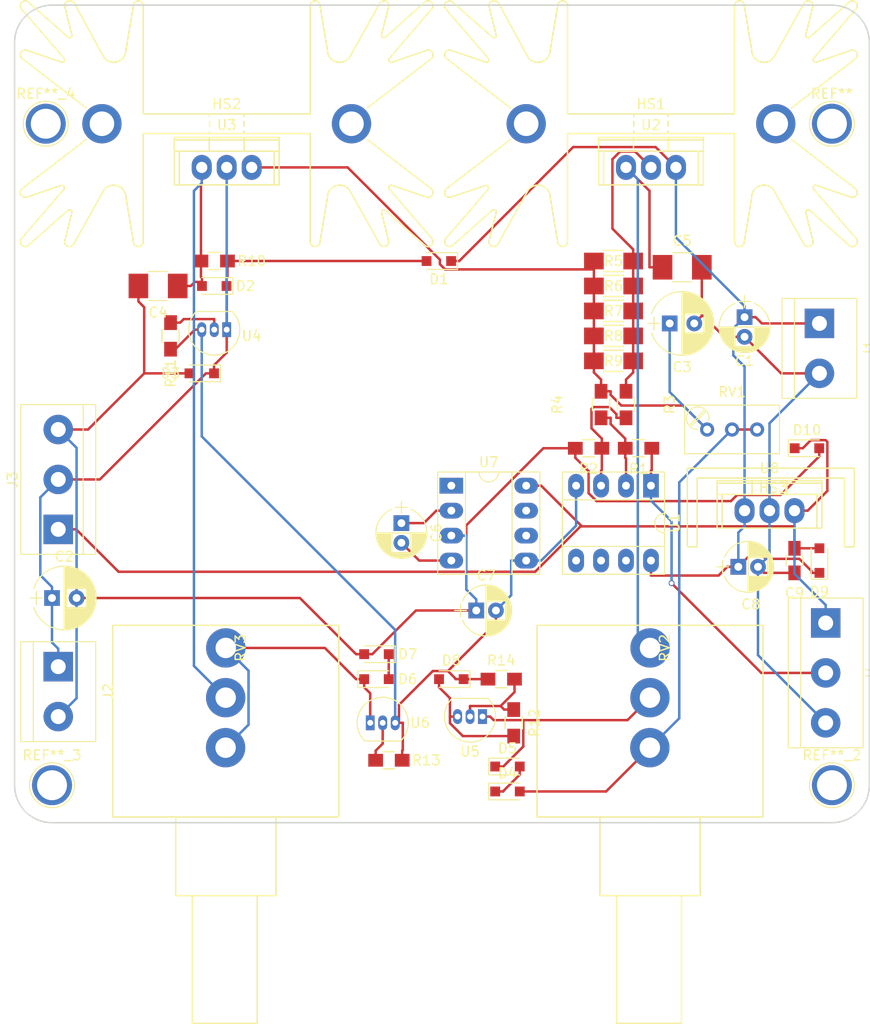
<source format=kicad_pcb>
(kicad_pcb (version 20171130) (host pcbnew "(5.1.12)-1")
  (layers (0 F.Cu signal) (31 B.Cu signal) (34 B.Paste user hide) (35 F.Paste user) (36 B.SilkS user hide) (37 F.SilkS user hide) (38 B.Mask user) (39 F.Mask user) (44 Edge.Cuts user))
  (net 0 "")
  (net 1 +16V)
  (net 2 GND)
  (net 3 VoltageMeter)
  (net 4 "Net-(C3-Pad1)")
  (net 5 "Net-(C4-Pad1)")
  (net 6 "Net-(C5-Pad1)")
  (net 7 "Net-(C6-Pad1)")
  (net 8 "Net-(C6-Pad2)")
  (net 9 -12V)
  (net 10 +12V)
  (net 11 "Net-(D4-Pad1)")
  (net 12 "Net-(D4-Pad2)")
  (net 13 "Net-(D5-Pad1)")
  (net 14 "Net-(D6-Pad1)")
  (net 15 "Net-(D6-Pad2)")
  (net 16 "Net-(D8-Pad2)")
  (net 17 CurrentMeter)
  (net 18 "Net-(R1-Pad2)")
  (net 19 "Net-(R2-Pad1)")
  (net 20 "Net-(R3-Pad2)")
  (net 21 "Net-(R11-Pad1)")
  (net 22 "Net-(R12-Pad1)")
  (net 23 "Net-(R13-Pad1)")
  (net 24 "Net-(U7-Pad1)")
  (net 25 "Net-(U7-Pad6)")
  (net 26 "Net-(U7-Pad7)")
  (module Connectors:1pin (layer F.Cu) (at 131.445 71.12)
    (fp_text reference REF**_4 (at 0 -3.048) (layer F.SilkS))
    (fp_text value 1pin)
    (pad 1 thru_hole circle (at 0 0) (size 4.064 4.064) (drill 3.048) (layers *.Cu *.Mask))
  )
  (module Connectors:1pin (layer F.Cu) (at 132.08 138.43)
    (fp_text reference REF**_3 (at 0 -3.048) (layer F.SilkS))
    (fp_text value 1pin)
    (pad 1 thru_hole circle (at 0 0) (size 4.064 4.064) (drill 3.048) (layers *.Cu *.Mask))
  )
  (module Capacitors_THT:CP_Radial_D5.0mm_P2.00mm (layer F.Cu) (at 202.565 90.805 270)
    (fp_text reference C1 (at 4.445 0) (layer F.SilkS))
    (fp_text value 10u)
    (pad 1 thru_hole rect (at 0 0 270) (size 1.6 1.6) (drill 0.8) (layers *.Cu *.Mask) (net 1 +16V))
    (pad 2 thru_hole circle (at 2 0 270) (size 1.6 1.6) (drill 0.8) (layers *.Cu *.Mask) (net 2 GND))
  )
  (module Capacitors_THT:CP_Radial_D6.3mm_P2.50mm (layer F.Cu) (at 132.08 119.38)
    (fp_text reference C2 (at 1.25 -4.21) (layer F.SilkS))
    (fp_text value "47uF electro")
    (pad 1 thru_hole rect (at 0 0) (size 1.6 1.6) (drill 0.8) (layers *.Cu *.Mask) (net 3 VoltageMeter))
    (pad 2 thru_hole circle (at 2.5 0) (size 1.6 1.6) (drill 0.8) (layers *.Cu *.Mask) (net 2 GND))
  )
  (module Capacitors_THT:CP_Radial_D6.3mm_P2.50mm (layer F.Cu) (at 194.945 91.44)
    (fp_text reference C3 (at 1.27 4.445) (layer F.SilkS))
    (fp_text value 47u)
    (pad 1 thru_hole rect (at 0 0) (size 1.6 1.6) (drill 0.8) (layers *.Cu *.Mask) (net 4 "Net-(C3-Pad1)"))
    (pad 2 thru_hole circle (at 2.5 0) (size 1.6 1.6) (drill 0.8) (layers *.Cu *.Mask) (net 2 GND))
  )
  (module Capacitors_SMD:C_1210_HandSoldering (layer F.Cu) (at 142.875 87.63 180)
    (fp_text reference C4 (at 0 -2.7 180) (layer F.SilkS))
    (fp_text value 4.7u)
    (pad 1 smd rect (at -2 0 180) (size 2 2.5) (layers F.Cu F.Paste F.Mask) (net 5 "Net-(C4-Pad1)"))
    (pad 2 smd rect (at 2 0 180) (size 2 2.5) (layers F.Cu F.Paste F.Mask) (net 2 GND))
  )
  (module Capacitors_SMD:C_1210_HandSoldering (layer F.Cu) (at 196.215 85.725)
    (fp_text reference C5 (at 0 -2.7) (layer F.SilkS))
    (fp_text value "4.7u (optional)")
    (pad 1 smd rect (at -2 0) (size 2 2.5) (layers F.Cu F.Paste F.Mask) (net 6 "Net-(C5-Pad1)"))
    (pad 2 smd rect (at 2 0) (size 2 2.5) (layers F.Cu F.Paste F.Mask) (net 2 GND))
  )
  (module Capacitors_THT:CP_Radial_D5.0mm_P2.00mm (layer F.Cu) (at 167.64 111.76 270)
    (fp_text reference C6 (at 1 -3.56 270) (layer F.SilkS))
    (fp_text value 10u)
    (pad 1 thru_hole rect (at 0 0 270) (size 1.6 1.6) (drill 0.8) (layers *.Cu *.Mask) (net 7 "Net-(C6-Pad1)"))
    (pad 2 thru_hole circle (at 2 0 270) (size 1.6 1.6) (drill 0.8) (layers *.Cu *.Mask) (net 8 "Net-(C6-Pad2)"))
  )
  (module Capacitors_THT:CP_Radial_D5.0mm_P2.00mm (layer F.Cu) (at 175.26 120.65)
    (fp_text reference C7 (at 1 -3.56) (layer F.SilkS))
    (fp_text value 10u)
    (pad 1 thru_hole rect (at 0 0) (size 1.6 1.6) (drill 0.8) (layers *.Cu *.Mask) (net 2 GND))
    (pad 2 thru_hole circle (at 2 0) (size 1.6 1.6) (drill 0.8) (layers *.Cu *.Mask) (net 9 -12V))
  )
  (module Capacitors_THT:CP_Radial_D5.0mm_P2.00mm (layer F.Cu) (at 201.93 116.205)
    (fp_text reference C8 (at 1.27 3.81) (layer F.SilkS))
    (fp_text value 10u)
    (pad 1 thru_hole rect (at 0 0) (size 1.6 1.6) (drill 0.8) (layers *.Cu *.Mask) (net 1 +16V))
    (pad 2 thru_hole circle (at 2 0) (size 1.6 1.6) (drill 0.8) (layers *.Cu *.Mask) (net 2 GND))
  )
  (module Capacitors_SMD:C_0805_HandSoldering (layer F.Cu) (at 207.645 115.57 270)
    (fp_text reference C9 (at 3.302 0) (layer F.SilkS))
    (fp_text value 0.1u)
    (pad 1 smd rect (at -1.25 0 270) (size 1.5 1.25) (layers F.Cu F.Paste F.Mask) (net 10 +12V))
    (pad 2 smd rect (at 1.25 0 270) (size 1.5 1.25) (layers F.Cu F.Paste F.Mask) (net 2 GND))
  )
  (module Diodes_SMD:D_SOD-323_HandSoldering (layer F.Cu) (at 171.45 85.09 180)
    (fp_text reference D1 (at 0 -1.85 180) (layer F.SilkS))
    (fp_text value 1N5819)
    (pad 1 smd rect (at -1.25 0 180) (size 1 1) (layers F.Cu F.Paste F.Mask) (net 1 +16V))
    (pad 2 smd rect (at 1.25 0 180) (size 1 1) (layers F.Cu F.Paste F.Mask) (net 3 VoltageMeter))
  )
  (module Diodes_SMD:D_SOD-323_HandSoldering (layer F.Cu) (at 148.59 87.63 180)
    (fp_text reference D2 (at -3.175 0 180) (layer F.SilkS))
    (fp_text value 1N5819)
    (pad 1 smd rect (at -1.25 0 180) (size 1 1) (layers F.Cu F.Paste F.Mask) (net 3 VoltageMeter))
    (pad 2 smd rect (at 1.25 0 180) (size 1 1) (layers F.Cu F.Paste F.Mask) (net 5 "Net-(C4-Pad1)"))
  )
  (module Diodes_SMD:D_SOD-323_HandSoldering (layer F.Cu) (at 147.32 96.52 180)
    (fp_text reference D3 (at 3.175 0 180) (layer F.SilkS))
    (fp_text value 1N5819)
    (pad 1 smd rect (at -1.25 0 180) (size 1 1) (layers F.Cu F.Paste F.Mask) (net 3 VoltageMeter))
    (pad 2 smd rect (at 1.25 0 180) (size 1 1) (layers F.Cu F.Paste F.Mask) (net 2 GND))
  )
  (module Diodes_SMD:D_SOD-323_HandSoldering (layer F.Cu) (at 178.435 139.065)
    (fp_text reference D4 (at 0 -1.85) (layer F.SilkS))
    (fp_text value 1N4448)
    (pad 1 smd rect (at -1.25 0) (size 1 1) (layers F.Cu F.Paste F.Mask) (net 11 "Net-(D4-Pad1)"))
    (pad 2 smd rect (at 1.25 0) (size 1 1) (layers F.Cu F.Paste F.Mask) (net 12 "Net-(D4-Pad2)"))
  )
  (module Diodes_SMD:D_SOD-323_HandSoldering (layer F.Cu) (at 178.435 136.525)
    (fp_text reference D5 (at 0 -1.85) (layer F.SilkS))
    (fp_text value 1N4448)
    (pad 1 smd rect (at -1.25 0) (size 1 1) (layers F.Cu F.Paste F.Mask) (net 13 "Net-(D5-Pad1)"))
    (pad 2 smd rect (at 1.25 0) (size 1 1) (layers F.Cu F.Paste F.Mask) (net 11 "Net-(D4-Pad1)"))
  )
  (module Diodes_SMD:D_SOD-323_HandSoldering (layer F.Cu) (at 165.1 127.635)
    (fp_text reference D6 (at 3.175 0) (layer F.SilkS))
    (fp_text value 1N4448)
    (pad 1 smd rect (at -1.25 0) (size 1 1) (layers F.Cu F.Paste F.Mask) (net 14 "Net-(D6-Pad1)"))
    (pad 2 smd rect (at 1.25 0) (size 1 1) (layers F.Cu F.Paste F.Mask) (net 15 "Net-(D6-Pad2)"))
  )
  (module Diodes_SMD:D_SOD-323_HandSoldering (layer F.Cu) (at 165.1 125.095 180)
    (fp_text reference D7 (at -3.175 0 180) (layer F.SilkS))
    (fp_text value 1N4448)
    (pad 1 smd rect (at -1.25 0 180) (size 1 1) (layers F.Cu F.Paste F.Mask) (net 15 "Net-(D6-Pad2)"))
    (pad 2 smd rect (at 1.25 0 180) (size 1 1) (layers F.Cu F.Paste F.Mask) (net 2 GND))
  )
  (module Diodes_SMD:D_SOD-323_HandSoldering (layer F.Cu) (at 172.72 127.635 180)
    (fp_text reference D8 (at 0 1.905 180) (layer F.SilkS))
    (fp_text value 1N4448)
    (pad 1 smd rect (at -1.25 0 180) (size 1 1) (layers F.Cu F.Paste F.Mask) (net 9 -12V))
    (pad 2 smd rect (at 1.25 0 180) (size 1 1) (layers F.Cu F.Paste F.Mask) (net 16 "Net-(D8-Pad2)"))
  )
  (module Diodes_SMD:D_SOD-323_HandSoldering (layer F.Cu) (at 210.185 115.57 90)
    (fp_text reference D9 (at -3.175 0 180) (layer F.SilkS))
    (fp_text value 1N5819)
    (pad 1 smd rect (at -1.25 0 90) (size 1 1) (layers F.Cu F.Paste F.Mask) (net 1 +16V))
    (pad 2 smd rect (at 1.25 0 90) (size 1 1) (layers F.Cu F.Paste F.Mask) (net 10 +12V))
  )
  (module Diodes_SMD:D_SOD-323_HandSoldering (layer F.Cu) (at 208.915 104.14)
    (fp_text reference D10 (at 0 -1.85) (layer F.SilkS))
    (fp_text value 1N5819)
    (pad 1 smd rect (at -1.25 0) (size 1 1) (layers F.Cu F.Paste F.Mask) (net 10 +12V))
    (pad 2 smd rect (at 1.25 0) (size 1 1) (layers F.Cu F.Paste F.Mask) (net 2 GND))
  )
  (module Heatsinks:Heatsink_Fischer_SK129-STS_42x25mm_2xDrill2.5mm (layer F.Cu) (at 193.04 71.12)
    (fp_text reference HS1 (at 0 -2) (layer F.SilkS))
    (fp_text value Heatsink)
    (pad 1 thru_hole circle (at -12.7 0) (size 4 4) (drill 2.5) (layers *.Cu *.Mask))
    (pad 1 thru_hole circle (at 12.7 0) (size 4 4) (drill 2.5) (layers *.Cu *.Mask))
  )
  (module Heatsinks:Heatsink_Fischer_SK129-STS_42x25mm_2xDrill2.5mm (layer F.Cu) (at 149.86 71.12)
    (fp_text reference HS2 (at 0 -2) (layer F.SilkS))
    (fp_text value Heatsink)
    (pad 1 thru_hole circle (at -12.7 0) (size 4 4) (drill 2.5) (layers *.Cu *.Mask))
    (pad 1 thru_hole circle (at 12.7 0) (size 4 4) (drill 2.5) (layers *.Cu *.Mask))
  )
  (module MyFootprints:TO220-Small-16mmx8mm (layer F.Cu) (at 205.486 106.172)
    (fp_text reference HS3 (at 0 2) (layer F.SilkS))
    (fp_text value Heatsink)
  )
  (module Connectors:bornier2 (layer F.Cu) (at 210.185 91.44 270)
    (fp_text reference J1 (at 2.54 -5.08 270) (layer F.SilkS))
    (fp_text value "Input Voltage")
    (pad 1 thru_hole rect (at 0 0 270) (size 3 3) (drill 1.52) (layers *.Cu *.Mask) (net 1 +16V))
    (pad 2 thru_hole circle (at 5.08 0 270) (size 3 3) (drill 1.52) (layers *.Cu *.Mask) (net 2 GND))
  )
  (module Connectors:bornier2 (layer F.Cu) (at 132.715 126.365 270)
    (fp_text reference J2 (at 2.54 -5.08 270) (layer F.SilkS))
    (fp_text value "Output Voltage")
    (pad 1 thru_hole rect (at 0 0 270) (size 3 3) (drill 1.52) (layers *.Cu *.Mask) (net 3 VoltageMeter))
    (pad 2 thru_hole circle (at 5.08 0 270) (size 3 3) (drill 1.52) (layers *.Cu *.Mask) (net 2 GND))
  )
  (module Connectors:bornier3 (layer F.Cu) (at 132.715 112.395 90)
    (fp_text reference J3 (at 5.05 -4.65 90) (layer F.SilkS))
    (fp_text value "Voltage Meter")
    (pad 1 thru_hole rect (at 0 0 90) (size 3 3) (drill 1.52) (layers *.Cu *.Mask) (net 10 +12V))
    (pad 2 thru_hole circle (at 5.08 0 90) (size 3 3) (drill 1.52) (layers *.Cu *.Mask) (net 3 VoltageMeter))
    (pad 3 thru_hole circle (at 10.16 0 90) (size 3 3) (drill 1.52) (layers *.Cu *.Mask) (net 2 GND))
  )
  (module Connectors:bornier3 (layer F.Cu) (at 210.82 121.92 270)
    (fp_text reference J4 (at 5.05 -4.65 270) (layer F.SilkS))
    (fp_text value "Current Meter")
    (pad 1 thru_hole rect (at 0 0 270) (size 3 3) (drill 1.52) (layers *.Cu *.Mask) (net 10 +12V))
    (pad 2 thru_hole circle (at 5.08 0 270) (size 3 3) (drill 1.52) (layers *.Cu *.Mask) (net 17 CurrentMeter))
    (pad 3 thru_hole circle (at 10.16 0 270) (size 3 3) (drill 1.52) (layers *.Cu *.Mask) (net 2 GND))
  )
  (module Resistors_SMD:R_0805_HandSoldering (layer F.Cu) (at 191.77 104.14 180)
    (fp_text reference R1 (at 0 -2.1 180) (layer F.SilkS))
    (fp_text value 50k)
    (pad 1 smd rect (at -1.35 0 180) (size 1.5 1.3) (layers F.Cu F.Paste F.Mask) (net 17 CurrentMeter))
    (pad 2 smd rect (at 1.35 0 180) (size 1.5 1.3) (layers F.Cu F.Paste F.Mask) (net 18 "Net-(R1-Pad2)"))
  )
  (module Resistors_SMD:R_0805_HandSoldering (layer F.Cu) (at 186.69 104.14 180)
    (fp_text reference R2 (at 0 -2.1 180) (layer F.SilkS))
    (fp_text value 50k)
    (pad 1 smd rect (at -1.35 0 180) (size 1.5 1.3) (layers F.Cu F.Paste F.Mask) (net 19 "Net-(R2-Pad1)"))
    (pad 2 smd rect (at 1.35 0 180) (size 1.5 1.3) (layers F.Cu F.Paste F.Mask) (net 2 GND))
  )
  (module Resistors_SMD:R_0805_HandSoldering (layer F.Cu) (at 190.5 99.695 90)
    (fp_text reference R3 (at 0 4.445 90) (layer F.SilkS))
    (fp_text value 10k)
    (pad 1 smd rect (at -1.35 0 90) (size 1.5 1.3) (layers F.Cu F.Paste F.Mask) (net 19 "Net-(R2-Pad1)"))
    (pad 2 smd rect (at 1.35 0 90) (size 1.5 1.3) (layers F.Cu F.Paste F.Mask) (net 20 "Net-(R3-Pad2)"))
  )
  (module Resistors_SMD:R_0805_HandSoldering (layer F.Cu) (at 187.96 99.695 90)
    (fp_text reference R4 (at 0 -4.445 90) (layer F.SilkS))
    (fp_text value 10k)
    (pad 1 smd rect (at -1.35 0 90) (size 1.5 1.3) (layers F.Cu F.Paste F.Mask) (net 18 "Net-(R1-Pad2)"))
    (pad 2 smd rect (at 1.35 0 90) (size 1.5 1.3) (layers F.Cu F.Paste F.Mask) (net 4 "Net-(C3-Pad1)"))
  )
  (module Resistors_SMD:R_0805_HandSoldering (layer F.Cu) (at 148.59 85.09 180)
    (fp_text reference R10 (at -3.81 0 180) (layer F.SilkS))
    (fp_text value 1k)
    (pad 1 smd rect (at -1.35 0 180) (size 1.5 1.3) (layers F.Cu F.Paste F.Mask) (net 3 VoltageMeter))
    (pad 2 smd rect (at 1.35 0 180) (size 1.5 1.3) (layers F.Cu F.Paste F.Mask) (net 5 "Net-(C4-Pad1)"))
  )
  (module Resistors_SMD:R_0805_HandSoldering (layer F.Cu) (at 144.145 92.71 270)
    (fp_text reference R11 (at 3.81 0 270) (layer F.SilkS))
    (fp_text value 15)
    (pad 1 smd rect (at -1.35 0 270) (size 1.5 1.3) (layers F.Cu F.Paste F.Mask) (net 21 "Net-(R11-Pad1)"))
    (pad 2 smd rect (at 1.35 0 270) (size 1.5 1.3) (layers F.Cu F.Paste F.Mask) (net 9 -12V))
  )
  (module Resistors_SMD:R_0805_HandSoldering (layer F.Cu) (at 179.07 132.08 270)
    (fp_text reference R12 (at 0 -2.1 270) (layer F.SilkS))
    (fp_text value 33)
    (pad 1 smd rect (at -1.35 0 270) (size 1.5 1.3) (layers F.Cu F.Paste F.Mask) (net 22 "Net-(R12-Pad1)"))
    (pad 2 smd rect (at 1.35 0 270) (size 1.5 1.3) (layers F.Cu F.Paste F.Mask) (net 16 "Net-(D8-Pad2)"))
  )
  (module Resistors_SMD:R_0805_HandSoldering (layer F.Cu) (at 166.37 135.89)
    (fp_text reference R13 (at 3.81 0) (layer F.SilkS))
    (fp_text value 15)
    (pad 1 smd rect (at -1.35 0) (size 1.5 1.3) (layers F.Cu F.Paste F.Mask) (net 23 "Net-(R13-Pad1)"))
    (pad 2 smd rect (at 1.35 0) (size 1.5 1.3) (layers F.Cu F.Paste F.Mask) (net 9 -12V))
  )
  (module Resistors_SMD:R_0805_HandSoldering (layer F.Cu) (at 177.8 127.635 180)
    (fp_text reference R14 (at 0 1.905 180) (layer F.SilkS))
    (fp_text value 330)
    (pad 1 smd rect (at -1.35 0 180) (size 1.5 1.3) (layers F.Cu F.Paste F.Mask) (net 22 "Net-(R12-Pad1)"))
    (pad 2 smd rect (at 1.35 0 180) (size 1.5 1.3) (layers F.Cu F.Paste F.Mask) (net 9 -12V))
  )
  (module Potentiometers:Potentiometer_Trimmer_Bourns_3296W (layer F.Cu) (at 198.755 102.235 180)
    (fp_text reference RV1 (at -2.54 3.81 180) (layer F.SilkS))
    (fp_text value "100 (multiturn)")
    (pad 1 thru_hole circle (at 0 0 180) (size 1.44 1.44) (drill 0.8) (layers *.Cu *.Mask) (net 4 "Net-(C3-Pad1)"))
    (pad 2 thru_hole circle (at -2.54 0 180) (size 1.44 1.44) (drill 0.8) (layers *.Cu *.Mask) (net 12 "Net-(D4-Pad2)"))
    (pad 3 thru_hole circle (at -5.08 0 180) (size 1.44 1.44) (drill 0.8) (layers *.Cu *.Mask) (net 12 "Net-(D4-Pad2)"))
  )
  (module MyFootprints:Potentiometer-3596S-10k-Pot (layer F.Cu) (at 194.945 124.46 270)
    (fp_text reference RV2 (at 0 0.5 270) (layer F.SilkS))
    (fp_text value 10k)
    (pad 3 thru_hole circle (at 10.15 2.02 270) (size 4 4) (drill 2.08) (layers *.Cu *.Mask) (net 12 "Net-(D4-Pad2)"))
    (pad 1 thru_hole circle (at 5.06 2.01 270) (size 4 4) (drill 2.08) (layers *.Cu *.Mask) (net 13 "Net-(D5-Pad1)"))
    (pad 2 thru_hole circle (at 0 2 270) (size 4 4) (drill 2.08) (layers *.Cu *.Mask) (net 6 "Net-(C5-Pad1)"))
  )
  (module MyFootprints:Potentiometer-3596S-10k-Pot (layer F.Cu) (at 151.765 124.46 270)
    (fp_text reference RV3 (at 0 0.5 270) (layer F.SilkS))
    (fp_text value 10k)
    (pad 3 thru_hole circle (at 10.15 2.02 270) (size 4 4) (drill 2.08) (layers *.Cu *.Mask) (net 14 "Net-(D6-Pad1)"))
    (pad 1 thru_hole circle (at 5.06 2.01 270) (size 4 4) (drill 2.08) (layers *.Cu *.Mask) (net 5 "Net-(C4-Pad1)"))
    (pad 2 thru_hole circle (at 0 2 270) (size 4 4) (drill 2.08) (layers *.Cu *.Mask) (net 14 "Net-(D6-Pad1)"))
  )
  (module Housings_DIP:DIP-8_W7.62mm_Socket_LongPads (layer F.Cu) (at 193.04 107.95 270)
    (fp_text reference U1 (at 3.81 -2.39 270) (layer F.SilkS))
    (fp_text value LT1013)
    (pad 1 thru_hole rect (at 0 0 270) (size 2.4 1.6) (drill 0.8) (layers *.Cu *.Mask) (net 17 CurrentMeter))
    (pad 5 thru_hole oval (at 7.62 7.62 270) (size 2.4 1.6) (drill 0.8) (layers *.Cu *.Mask))
    (pad 2 thru_hole oval (at 0 2.54 270) (size 2.4 1.6) (drill 0.8) (layers *.Cu *.Mask) (net 18 "Net-(R1-Pad2)"))
    (pad 6 thru_hole oval (at 7.62 5.08 270) (size 2.4 1.6) (drill 0.8) (layers *.Cu *.Mask))
    (pad 3 thru_hole oval (at 0 5.08 270) (size 2.4 1.6) (drill 0.8) (layers *.Cu *.Mask) (net 19 "Net-(R2-Pad1)"))
    (pad 7 thru_hole oval (at 7.62 2.54 270) (size 2.4 1.6) (drill 0.8) (layers *.Cu *.Mask))
    (pad 4 thru_hole oval (at 0 7.62 270) (size 2.4 1.6) (drill 0.8) (layers *.Cu *.Mask) (net 9 -12V))
    (pad 8 thru_hole oval (at 7.62 0 270) (size 2.4 1.6) (drill 0.8) (layers *.Cu *.Mask) (net 1 +16V))
  )
  (module Power_Integrations:TO-220 (layer F.Cu) (at 193.04 75.565)
    (fp_text reference U2 (at 0 -4.318) (layer F.SilkS))
    (fp_text value LT1086)
    (pad 2 thru_hole oval (at 0 0) (size 2.032 2.54) (drill 1.143) (layers *.Cu *.Mask) (net 20 "Net-(R3-Pad2)"))
    (pad 3 thru_hole oval (at 2.54 0) (size 2.032 2.54) (drill 1.143) (layers *.Cu *.Mask) (net 1 +16V))
    (pad 1 thru_hole oval (at -2.54 0) (size 2.032 2.54) (drill 1.143) (layers *.Cu *.Mask) (net 6 "Net-(C5-Pad1)"))
  )
  (module Power_Integrations:TO-220 (layer F.Cu) (at 149.86 75.565)
    (fp_text reference U3 (at 0 -4.318) (layer F.SilkS))
    (fp_text value LM1117-ADJ)
    (pad 2 thru_hole oval (at 0 0) (size 2.032 2.54) (drill 1.143) (layers *.Cu *.Mask) (net 3 VoltageMeter))
    (pad 3 thru_hole oval (at 2.54 0) (size 2.032 2.54) (drill 1.143) (layers *.Cu *.Mask) (net 4 "Net-(C3-Pad1)"))
    (pad 1 thru_hole oval (at -2.54 0) (size 2.032 2.54) (drill 1.143) (layers *.Cu *.Mask) (net 5 "Net-(C4-Pad1)"))
  )
  (module TO_SOT_Packages_THT:TO-92_Inline_Narrow_Oval (layer F.Cu) (at 149.86 92.075 180)
    (fp_text reference U4 (at -2.54 -0.635 180) (layer F.SilkS))
    (fp_text value LM334Z)
    (pad 2 thru_hole oval (at 1.27 0) (size 0.89916 1.50114) (drill 0.6) (layers *.Cu *.Mask) (net 21 "Net-(R11-Pad1)"))
    (pad 3 thru_hole oval (at 2.54 0) (size 0.89916 1.50114) (drill 0.6) (layers *.Cu *.Mask) (net 9 -12V))
    (pad 1 thru_hole rect (at 0 0) (size 0.89916 1.50114) (drill 0.6) (layers *.Cu *.Mask) (net 3 VoltageMeter))
  )
  (module TO_SOT_Packages_THT:TO-92_Inline_Narrow_Oval (layer F.Cu) (at 175.895 131.445 180)
    (fp_text reference U5 (at 1.27 -3.556 180) (layer F.SilkS))
    (fp_text value LM334Z)
    (pad 2 thru_hole oval (at 1.27 0) (size 0.89916 1.50114) (drill 0.6) (layers *.Cu *.Mask) (net 22 "Net-(R12-Pad1)"))
    (pad 3 thru_hole oval (at 2.54 0) (size 0.89916 1.50114) (drill 0.6) (layers *.Cu *.Mask) (net 16 "Net-(D8-Pad2)"))
    (pad 1 thru_hole rect (at 0 0) (size 0.89916 1.50114) (drill 0.6) (layers *.Cu *.Mask) (net 13 "Net-(D5-Pad1)"))
  )
  (module TO_SOT_Packages_THT:TO-92_Inline_Narrow_Oval (layer F.Cu) (at 164.465 132.08)
    (fp_text reference U6 (at 5.08 0) (layer F.SilkS))
    (fp_text value LM334Z)
    (pad 2 thru_hole oval (at 1.27 0 180) (size 0.89916 1.50114) (drill 0.6) (layers *.Cu *.Mask) (net 23 "Net-(R13-Pad1)"))
    (pad 3 thru_hole oval (at 2.54 0 180) (size 0.89916 1.50114) (drill 0.6) (layers *.Cu *.Mask) (net 9 -12V))
    (pad 1 thru_hole rect (at 0 0 180) (size 0.89916 1.50114) (drill 0.6) (layers *.Cu *.Mask) (net 14 "Net-(D6-Pad1)"))
  )
  (module Housings_DIP:DIP-8_W7.62mm_Socket_LongPads (layer F.Cu) (at 172.72 107.95)
    (fp_text reference U7 (at 3.81 -2.39) (layer F.SilkS))
    (fp_text value ICL7660)
    (pad 1 thru_hole rect (at 0 0) (size 2.4 1.6) (drill 0.8) (layers *.Cu *.Mask) (net 24 "Net-(U7-Pad1)"))
    (pad 5 thru_hole oval (at 7.62 7.62) (size 2.4 1.6) (drill 0.8) (layers *.Cu *.Mask) (net 9 -12V))
    (pad 2 thru_hole oval (at 0 2.54) (size 2.4 1.6) (drill 0.8) (layers *.Cu *.Mask) (net 7 "Net-(C6-Pad1)"))
    (pad 6 thru_hole oval (at 7.62 5.08) (size 2.4 1.6) (drill 0.8) (layers *.Cu *.Mask) (net 25 "Net-(U7-Pad6)"))
    (pad 3 thru_hole oval (at 0 5.08) (size 2.4 1.6) (drill 0.8) (layers *.Cu *.Mask) (net 2 GND))
    (pad 7 thru_hole oval (at 7.62 2.54) (size 2.4 1.6) (drill 0.8) (layers *.Cu *.Mask) (net 26 "Net-(U7-Pad7)"))
    (pad 4 thru_hole oval (at 0 7.62) (size 2.4 1.6) (drill 0.8) (layers *.Cu *.Mask) (net 8 "Net-(C6-Pad2)"))
    (pad 8 thru_hole oval (at 7.62 0) (size 2.4 1.6) (drill 0.8) (layers *.Cu *.Mask) (net 10 +12V))
  )
  (module Power_Integrations:TO-220 (layer F.Cu) (at 205.105 110.49)
    (fp_text reference U8 (at 0 -4.318) (layer F.SilkS))
    (fp_text value LM7812CT)
    (pad 2 thru_hole oval (at 0 0) (size 2.032 2.54) (drill 1.143) (layers *.Cu *.Mask) (net 2 GND))
    (pad 3 thru_hole oval (at 2.54 0) (size 2.032 2.54) (drill 1.143) (layers *.Cu *.Mask) (net 10 +12V))
    (pad 1 thru_hole oval (at -2.54 0) (size 2.032 2.54) (drill 1.143) (layers *.Cu *.Mask) (net 1 +16V))
  )
  (module Resistors_SMD:R_1206_HandSoldering (layer F.Cu) (at 189.23 85.09)
    (fp_text reference R5 (at 0 0) (layer F.SilkS))
    (fp_text value 10)
    (pad 1 smd rect (at -2 0) (size 2 1.7) (layers F.Cu F.Paste F.Mask) (net 4 "Net-(C3-Pad1)"))
    (pad 2 smd rect (at 2 0) (size 2 1.7) (layers F.Cu F.Paste F.Mask) (net 20 "Net-(R3-Pad2)"))
  )
  (module Resistors_SMD:R_1206_HandSoldering (layer F.Cu) (at 189.23 87.63)
    (fp_text reference R6 (at 0 0) (layer F.SilkS))
    (fp_text value 10)
    (pad 1 smd rect (at -2 0) (size 2 1.7) (layers F.Cu F.Paste F.Mask) (net 4 "Net-(C3-Pad1)"))
    (pad 2 smd rect (at 2 0) (size 2 1.7) (layers F.Cu F.Paste F.Mask) (net 20 "Net-(R3-Pad2)"))
  )
  (module Resistors_SMD:R_1206_HandSoldering (layer F.Cu) (at 189.23 90.17)
    (fp_text reference R7 (at 0 0) (layer F.SilkS))
    (fp_text value 10)
    (pad 1 smd rect (at -2 0) (size 2 1.7) (layers F.Cu F.Paste F.Mask) (net 4 "Net-(C3-Pad1)"))
    (pad 2 smd rect (at 2 0) (size 2 1.7) (layers F.Cu F.Paste F.Mask) (net 20 "Net-(R3-Pad2)"))
  )
  (module Resistors_SMD:R_1206_HandSoldering (layer F.Cu) (at 189.23 92.71)
    (fp_text reference R8 (at 0 0) (layer F.SilkS))
    (fp_text value 10)
    (pad 1 smd rect (at -2 0) (size 2 1.7) (layers F.Cu F.Paste F.Mask) (net 4 "Net-(C3-Pad1)"))
    (pad 2 smd rect (at 2 0) (size 2 1.7) (layers F.Cu F.Paste F.Mask) (net 20 "Net-(R3-Pad2)"))
  )
  (module Resistors_SMD:R_1206_HandSoldering (layer F.Cu) (at 189.23 95.25)
    (fp_text reference R9 (at 0 0) (layer F.SilkS))
    (fp_text value 10)
    (pad 1 smd rect (at -2 0) (size 2 1.7) (layers F.Cu F.Paste F.Mask) (net 4 "Net-(C3-Pad1)"))
    (pad 2 smd rect (at 2 0) (size 2 1.7) (layers F.Cu F.Paste F.Mask) (net 20 "Net-(R3-Pad2)"))
  )
  (module Connectors:1pin (layer F.Cu) (at 211.455 138.43)
    (fp_text reference REF**_2 (at 0 -3.048) (layer F.SilkS))
    (fp_text value 1pin)
    (pad 1 thru_hole circle (at 0 0) (size 4.064 4.064) (drill 3.048) (layers *.Cu *.Mask))
  )
  (module Connectors:1pin (layer F.Cu) (at 211.455 71.12)
    (fp_text reference REF** (at 0 -3.048) (layer F.SilkS))
    (fp_text value 1pin)
    (pad 1 thru_hole circle (at 0 0) (size 4.064 4.064) (drill 3.048) (layers *.Cu *.Mask))
  )
  (gr_line (start 132.08 59.055) (end 211.455 59.055) (angle 90) (layer Edge.Cuts) (width 0.15))
  (gr_line (start 128.27 66.675) (end 128.27 62.865) (angle 90) (layer Edge.Cuts) (width 0.15))
  (gr_line (start 128.27 138.43) (end 128.27 66.675) (angle 90) (layer Edge.Cuts) (width 0.15))
  (gr_line (start 215.265 65.405) (end 215.265 62.865) (angle 90) (layer Edge.Cuts) (width 0.15))
  (gr_line (start 215.265 138.43) (end 215.265 65.405) (angle 90) (layer Edge.Cuts) (width 0.15))
  (gr_line (start 132.08 142.24) (end 211.455 142.24) (angle 90) (layer Edge.Cuts) (width 0.15))
  (gr_arc (start 132.08 62.865) (end 128.27 62.865) (angle 90) (layer Edge.Cuts) (width 0.15))
  (gr_arc (start 211.455 62.865) (end 211.455 59.055) (angle 90) (layer Edge.Cuts) (width 0.15))
  (gr_arc (start 132.08 138.43) (end 132.08 142.24) (angle 90) (layer Edge.Cuts) (width 0.15))
  (gr_arc (start 211.455 138.43) (end 215.265 138.43) (angle 90) (layer Edge.Cuts) (width 0.15))
  (segment (start 195.58 75.565) (end 193.5109 73.4959) (width 0.25) (layer F.Cu) (net 1))
  (segment (start 193.5109 73.4959) (end 185.1192 73.4959) (width 0.25) (layer F.Cu) (net 1))
  (segment (start 185.1192 73.4959) (end 173.5251 85.09) (width 0.25) (layer F.Cu) (net 1))
  (segment (start 202.565 110.49) (end 202.565 95.8296) (width 0.25) (layer B.Cu) (net 1))
  (segment (start 202.565 95.8296) (end 201.4214 94.686) (width 0.25) (layer B.Cu) (net 1))
  (segment (start 201.4214 94.686) (end 201.4214 91.9486) (width 0.25) (layer B.Cu) (net 1))
  (segment (start 201.4214 91.9486) (end 202.565 90.805) (width 0.25) (layer B.Cu) (net 1))
  (segment (start 202.565 111.2875) (end 202.565 110.49) (width 0.25) (layer B.Cu) (net 1))
  (segment (start 202.565 111.2875) (end 202.565 112.0851) (width 0.25) (layer B.Cu) (net 1))
  (segment (start 172.7 85.09) (end 173.5251 85.09) (width 0.25) (layer F.Cu) (net 1))
  (segment (start 210.185 116.82) (end 209.3599 116.82) (width 0.25) (layer F.Cu) (net 1))
  (segment (start 209.3599 116.82) (end 209.3599 116.6137) (width 0.25) (layer F.Cu) (net 1))
  (segment (start 209.3599 116.6137) (end 208.1414 115.3952) (width 0.25) (layer F.Cu) (net 1))
  (segment (start 208.1414 115.3952) (end 204.7371 115.3952) (width 0.25) (layer F.Cu) (net 1))
  (segment (start 204.7371 115.3952) (end 204.4196 115.0777) (width 0.25) (layer F.Cu) (net 1))
  (segment (start 204.4196 115.0777) (end 203.0573 115.0777) (width 0.25) (layer F.Cu) (net 1))
  (segment (start 203.0573 115.0777) (end 201.93 116.205) (width 0.25) (layer F.Cu) (net 1))
  (segment (start 202.565 90.805) (end 203.6901 90.805) (width 0.25) (layer F.Cu) (net 1))
  (segment (start 210.185 91.44) (end 204.3251 91.44) (width 0.25) (layer F.Cu) (net 1))
  (segment (start 204.3251 91.44) (end 203.6901 90.805) (width 0.25) (layer F.Cu) (net 1))
  (segment (start 201.93 116.205) (end 200.8049 116.205) (width 0.25) (layer F.Cu) (net 1))
  (segment (start 193.04 115.57) (end 193.04 117.0951) (width 0.25) (layer F.Cu) (net 1))
  (segment (start 193.04 117.0951) (end 199.9148 117.0951) (width 0.25) (layer F.Cu) (net 1))
  (segment (start 199.9148 117.0951) (end 200.8049 116.205) (width 0.25) (layer F.Cu) (net 1))
  (segment (start 202.565 90.805) (end 202.565 89.6799) (width 0.25) (layer B.Cu) (net 1))
  (segment (start 195.58 75.565) (end 195.58 82.6949) (width 0.25) (layer B.Cu) (net 1))
  (segment (start 195.58 82.6949) (end 202.565 89.6799) (width 0.25) (layer B.Cu) (net 1))
  (segment (start 202.565 112.0851) (end 201.93 112.7201) (width 0.25) (layer B.Cu) (net 1))
  (segment (start 201.93 112.7201) (end 201.93 116.205) (width 0.25) (layer B.Cu) (net 1))
  (segment (start 185.34 104.14) (end 185.34 105.1151) (width 0.25) (layer F.Cu) (net 2))
  (segment (start 205.105 108.8949) (end 201.8041 108.8949) (width 0.25) (layer F.Cu) (net 2))
  (segment (start 201.8041 108.8949) (end 201.1778 109.5212) (width 0.25) (layer F.Cu) (net 2))
  (segment (start 201.1778 109.5212) (end 187.5025 109.5212) (width 0.25) (layer F.Cu) (net 2))
  (segment (start 187.5025 109.5212) (end 186.69 108.7087) (width 0.25) (layer F.Cu) (net 2))
  (segment (start 186.69 108.7087) (end 186.69 106.4651) (width 0.25) (layer F.Cu) (net 2))
  (segment (start 186.69 106.4651) (end 185.34 105.1151) (width 0.25) (layer F.Cu) (net 2))
  (segment (start 205.105 109.0074) (end 205.105 108.8949) (width 0.25) (layer F.Cu) (net 2))
  (segment (start 205.105 110.49) (end 205.105 109.0074) (width 0.25) (layer F.Cu) (net 2))
  (segment (start 172.72 113.03) (end 174.2451 113.03) (width 0.25) (layer F.Cu) (net 2))
  (segment (start 174.2451 113.03) (end 174.2451 111.9815) (width 0.25) (layer F.Cu) (net 2))
  (segment (start 174.2451 111.9815) (end 182.0866 104.14) (width 0.25) (layer F.Cu) (net 2))
  (segment (start 182.0866 104.14) (end 185.34 104.14) (width 0.25) (layer F.Cu) (net 2))
  (segment (start 205.105 110.49) (end 205.105 101.6) (width 0.25) (layer B.Cu) (net 2))
  (segment (start 205.105 101.6) (end 210.185 96.52) (width 0.25) (layer B.Cu) (net 2))
  (segment (start 203.93 116.205) (end 205.105 115.03) (width 0.25) (layer B.Cu) (net 2))
  (segment (start 205.105 115.03) (end 205.105 110.49) (width 0.25) (layer B.Cu) (net 2))
  (segment (start 163.85 125.095) (end 163.0249 125.095) (width 0.25) (layer F.Cu) (net 2))
  (segment (start 134.58 119.38) (end 157.3099 119.38) (width 0.25) (layer F.Cu) (net 2))
  (segment (start 157.3099 119.38) (end 163.0249 125.095) (width 0.25) (layer F.Cu) (net 2))
  (segment (start 198.2875 90.5975) (end 200.495 92.805) (width 0.25) (layer F.Cu) (net 2))
  (segment (start 200.495 92.805) (end 202.565 92.805) (width 0.25) (layer F.Cu) (net 2))
  (segment (start 198.215 87.3001) (end 198.215 90.525) (width 0.25) (layer F.Cu) (net 2))
  (segment (start 198.215 90.525) (end 198.2875 90.5975) (width 0.25) (layer F.Cu) (net 2))
  (segment (start 197.445 91.44) (end 198.2875 90.5975) (width 0.25) (layer F.Cu) (net 2))
  (segment (start 132.715 102.235) (end 134.58 104.1) (width 0.25) (layer B.Cu) (net 2))
  (segment (start 134.58 104.1) (end 134.58 119.38) (width 0.25) (layer B.Cu) (net 2))
  (segment (start 198.215 85.725) (end 198.215 87.3001) (width 0.25) (layer F.Cu) (net 2))
  (segment (start 207.645 116.82) (end 204.545 116.82) (width 0.25) (layer F.Cu) (net 2))
  (segment (start 204.545 116.82) (end 203.93 116.205) (width 0.25) (layer F.Cu) (net 2))
  (segment (start 141.4625 96.52) (end 141.4625 89.7926) (width 0.25) (layer F.Cu) (net 2))
  (segment (start 141.4625 89.7926) (end 140.875 89.2051) (width 0.25) (layer F.Cu) (net 2))
  (segment (start 132.715 102.235) (end 135.7475 102.235) (width 0.25) (layer F.Cu) (net 2))
  (segment (start 135.7475 102.235) (end 141.4625 96.52) (width 0.25) (layer F.Cu) (net 2))
  (segment (start 141.4625 96.52) (end 145.2449 96.52) (width 0.25) (layer F.Cu) (net 2))
  (segment (start 140.875 87.63) (end 140.875 89.2051) (width 0.25) (layer F.Cu) (net 2))
  (segment (start 163.85 125.095) (end 164.6751 125.095) (width 0.25) (layer F.Cu) (net 2))
  (segment (start 164.6751 125.095) (end 169.1201 120.65) (width 0.25) (layer F.Cu) (net 2))
  (segment (start 169.1201 120.65) (end 175.26 120.65) (width 0.25) (layer F.Cu) (net 2))
  (segment (start 210.165 104.14) (end 210.165 104.9651) (width 0.25) (layer F.Cu) (net 2))
  (segment (start 210.165 104.9651) (end 206.2352 108.8949) (width 0.25) (layer F.Cu) (net 2))
  (segment (start 206.2352 108.8949) (end 205.105 108.8949) (width 0.25) (layer F.Cu) (net 2))
  (segment (start 210.185 96.52) (end 206.28 96.52) (width 0.25) (layer F.Cu) (net 2))
  (segment (start 206.28 96.52) (end 202.565 92.805) (width 0.25) (layer F.Cu) (net 2))
  (segment (start 132.715 131.445) (end 134.58 129.58) (width 0.25) (layer B.Cu) (net 2))
  (segment (start 134.58 129.58) (end 134.58 119.38) (width 0.25) (layer B.Cu) (net 2))
  (segment (start 146.07 96.52) (end 145.2449 96.52) (width 0.25) (layer F.Cu) (net 2))
  (segment (start 210.82 132.08) (end 203.93 125.19) (width 0.25) (layer B.Cu) (net 2))
  (segment (start 203.93 125.19) (end 203.93 116.205) (width 0.25) (layer B.Cu) (net 2))
  (segment (start 175.26 120.65) (end 175.26 119.5249) (width 0.25) (layer B.Cu) (net 2))
  (segment (start 172.72 113.03) (end 174.2451 113.03) (width 0.25) (layer B.Cu) (net 2))
  (segment (start 174.2451 113.03) (end 174.2451 118.51) (width 0.25) (layer B.Cu) (net 2))
  (segment (start 174.2451 118.51) (end 175.26 119.5249) (width 0.25) (layer B.Cu) (net 2))
  (segment (start 148.57 96.52) (end 147.7449 96.52) (width 0.25) (layer F.Cu) (net 3))
  (segment (start 147.7449 96.52) (end 136.9499 107.315) (width 0.25) (layer F.Cu) (net 3))
  (segment (start 136.9499 107.315) (end 132.715 107.315) (width 0.25) (layer F.Cu) (net 3))
  (segment (start 148.57 96.1074) (end 148.57 96.52) (width 0.25) (layer F.Cu) (net 3))
  (segment (start 148.57 96.1074) (end 148.57 95.6949) (width 0.25) (layer F.Cu) (net 3))
  (segment (start 149.94 85.09) (end 169.3749 85.09) (width 0.25) (layer F.Cu) (net 3))
  (segment (start 170.2 85.09) (end 169.3749 85.09) (width 0.25) (layer F.Cu) (net 3))
  (segment (start 149.94 85.09) (end 149.94 86.7049) (width 0.25) (layer F.Cu) (net 3))
  (segment (start 149.94 86.7049) (end 149.84 86.8049) (width 0.25) (layer F.Cu) (net 3))
  (segment (start 148.57 95.6949) (end 149.86 94.4049) (width 0.25) (layer F.Cu) (net 3))
  (segment (start 149.86 94.4049) (end 149.86 92.075) (width 0.25) (layer F.Cu) (net 3))
  (segment (start 132.715 126.365) (end 132.715 124.5399) (width 0.25) (layer B.Cu) (net 3))
  (segment (start 132.715 124.5399) (end 132.08 123.9049) (width 0.25) (layer B.Cu) (net 3))
  (segment (start 132.08 123.9049) (end 132.08 119.38) (width 0.25) (layer B.Cu) (net 3))
  (segment (start 132.08 119.38) (end 132.08 118.2549) (width 0.25) (layer B.Cu) (net 3))
  (segment (start 132.715 107.315) (end 130.8898 109.1402) (width 0.25) (layer B.Cu) (net 3))
  (segment (start 130.8898 109.1402) (end 130.8898 117.0647) (width 0.25) (layer B.Cu) (net 3))
  (segment (start 130.8898 117.0647) (end 132.08 118.2549) (width 0.25) (layer B.Cu) (net 3))
  (segment (start 149.84 87.63) (end 149.84 86.8049) (width 0.25) (layer F.Cu) (net 3))
  (segment (start 149.86 75.565) (end 149.86 92.075) (width 0.25) (layer B.Cu) (net 3))
  (segment (start 149.84 87.63) (end 149.84 88.4551) (width 0.25) (layer F.Cu) (net 3))
  (segment (start 149.86 92.075) (end 149.86 88.4751) (width 0.25) (layer F.Cu) (net 3))
  (segment (start 149.86 88.4751) (end 149.84 88.4551) (width 0.25) (layer F.Cu) (net 3))
  (segment (start 187.23 85.9415) (end 187.23 85.09) (width 0.25) (layer F.Cu) (net 4))
  (segment (start 187.23 87.63) (end 187.23 85.9415) (width 0.25) (layer F.Cu) (net 4))
  (segment (start 187.23 85.9415) (end 172.0872 85.9415) (width 0.25) (layer F.Cu) (net 4))
  (segment (start 172.0872 85.9415) (end 171.5563 85.4106) (width 0.25) (layer F.Cu) (net 4))
  (segment (start 171.5563 85.4106) (end 171.5563 84.9529) (width 0.25) (layer F.Cu) (net 4))
  (segment (start 171.5563 84.9529) (end 162.1684 75.565) (width 0.25) (layer F.Cu) (net 4))
  (segment (start 162.1684 75.565) (end 152.4 75.565) (width 0.25) (layer F.Cu) (net 4))
  (segment (start 187.96 98.345) (end 188.9351 98.345) (width 0.25) (layer F.Cu) (net 4))
  (segment (start 188.9351 98.345) (end 188.9351 98.7107) (width 0.25) (layer F.Cu) (net 4))
  (segment (start 188.9351 98.7107) (end 190.0194 99.795) (width 0.25) (layer F.Cu) (net 4))
  (segment (start 190.0194 99.795) (end 196.315 99.795) (width 0.25) (layer F.Cu) (net 4))
  (segment (start 196.315 99.795) (end 198.755 102.235) (width 0.25) (layer F.Cu) (net 4))
  (segment (start 187.23 96.4251) (end 187.96 97.1551) (width 0.25) (layer F.Cu) (net 4))
  (segment (start 187.96 97.1551) (end 187.96 98.345) (width 0.25) (layer F.Cu) (net 4))
  (segment (start 198.755 102.235) (end 194.945 98.425) (width 0.25) (layer B.Cu) (net 4))
  (segment (start 194.945 98.425) (end 194.945 91.44) (width 0.25) (layer B.Cu) (net 4))
  (segment (start 187.23 95.25) (end 187.23 96.4251) (width 0.25) (layer F.Cu) (net 4))
  (segment (start 187.23 95.25) (end 187.23 92.71) (width 0.25) (layer F.Cu) (net 4))
  (segment (start 187.23 90.17) (end 187.23 87.63) (width 0.25) (layer F.Cu) (net 4))
  (segment (start 187.23 92.71) (end 187.23 90.17) (width 0.25) (layer F.Cu) (net 4))
  (segment (start 144.875 87.63) (end 146.2001 87.63) (width 0.25) (layer F.Cu) (net 5))
  (segment (start 147.34 87.2174) (end 146.6127 87.2174) (width 0.25) (layer F.Cu) (net 5))
  (segment (start 146.6127 87.2174) (end 146.2001 87.63) (width 0.25) (layer F.Cu) (net 5))
  (segment (start 147.34 87.2174) (end 147.34 86.8049) (width 0.25) (layer F.Cu) (net 5))
  (segment (start 147.34 87.63) (end 147.34 87.2174) (width 0.25) (layer F.Cu) (net 5))
  (segment (start 147.24 85.09) (end 147.24 86.7049) (width 0.25) (layer F.Cu) (net 5))
  (segment (start 147.24 86.7049) (end 147.34 86.8049) (width 0.25) (layer F.Cu) (net 5))
  (segment (start 147.32 77.1601) (end 147.24 77.2401) (width 0.25) (layer F.Cu) (net 5))
  (segment (start 147.24 77.2401) (end 147.24 85.09) (width 0.25) (layer F.Cu) (net 5))
  (segment (start 147.32 75.565) (end 147.32 77.1601) (width 0.25) (layer B.Cu) (net 5))
  (segment (start 149.755 129.52) (end 146.5243 126.2893) (width 0.25) (layer B.Cu) (net 5))
  (segment (start 146.5243 126.2893) (end 146.5243 77.9558) (width 0.25) (layer B.Cu) (net 5))
  (segment (start 146.5243 77.9558) (end 147.32 77.1601) (width 0.25) (layer B.Cu) (net 5))
  (segment (start 147.32 75.565) (end 147.32 77.1601) (width 0.25) (layer F.Cu) (net 5))
  (segment (start 194.215 85.725) (end 192.8899 85.725) (width 0.25) (layer F.Cu) (net 6))
  (segment (start 192.8899 85.725) (end 192.8899 77.9549) (width 0.25) (layer F.Cu) (net 6))
  (segment (start 192.8899 77.9549) (end 190.5 75.565) (width 0.25) (layer F.Cu) (net 6))
  (segment (start 192.945 124.46) (end 191.6988 123.2138) (width 0.25) (layer B.Cu) (net 6))
  (segment (start 191.6988 123.2138) (end 191.6988 76.7638) (width 0.25) (layer B.Cu) (net 6))
  (segment (start 191.6988 76.7638) (end 190.5 75.565) (width 0.25) (layer B.Cu) (net 6))
  (segment (start 172.72 110.49) (end 171.1949 110.49) (width 0.25) (layer F.Cu) (net 7))
  (segment (start 171.1949 110.49) (end 169.9249 111.76) (width 0.25) (layer F.Cu) (net 7))
  (segment (start 169.9249 111.76) (end 167.64 111.76) (width 0.25) (layer F.Cu) (net 7))
  (segment (start 172.72 115.57) (end 169.45 115.57) (width 0.25) (layer F.Cu) (net 8))
  (segment (start 169.45 115.57) (end 167.64 113.76) (width 0.25) (layer F.Cu) (net 8))
  (segment (start 167.005 132.08) (end 167.005 122.6249) (width 0.25) (layer B.Cu) (net 9))
  (segment (start 167.005 122.6249) (end 147.32 102.9399) (width 0.25) (layer B.Cu) (net 9))
  (segment (start 147.32 102.9399) (end 147.32 92.075) (width 0.25) (layer B.Cu) (net 9))
  (segment (start 172.3752 126.8099) (end 173.1449 127.5796) (width 0.25) (layer F.Cu) (net 9))
  (segment (start 173.1449 127.5796) (end 173.1449 127.635) (width 0.25) (layer F.Cu) (net 9))
  (segment (start 167.3924 132.08) (end 167.3924 130.2522) (width 0.25) (layer F.Cu) (net 9))
  (segment (start 167.3924 130.2522) (end 170.8347 126.8099) (width 0.25) (layer F.Cu) (net 9))
  (segment (start 170.8347 126.8099) (end 172.3752 126.8099) (width 0.25) (layer F.Cu) (net 9))
  (segment (start 172.3752 126.8099) (end 177.26 121.9251) (width 0.25) (layer F.Cu) (net 9))
  (segment (start 177.26 121.9251) (end 177.26 120.65) (width 0.25) (layer F.Cu) (net 9))
  (segment (start 144.6326 94.06) (end 146.5453 92.1473) (width 0.25) (layer F.Cu) (net 9))
  (segment (start 146.5453 92.1473) (end 146.5453 92.075) (width 0.25) (layer F.Cu) (net 9))
  (segment (start 144.145 94.06) (end 144.6326 94.06) (width 0.25) (layer F.Cu) (net 9))
  (segment (start 173.97 127.635) (end 173.1449 127.635) (width 0.25) (layer F.Cu) (net 9))
  (segment (start 167.3924 132.08) (end 167.7797 132.08) (width 0.25) (layer F.Cu) (net 9))
  (segment (start 167.005 132.08) (end 167.3924 132.08) (width 0.25) (layer F.Cu) (net 9))
  (segment (start 176.45 127.635) (end 173.97 127.635) (width 0.25) (layer F.Cu) (net 9))
  (segment (start 180.34 115.57) (end 181.8651 115.57) (width 0.25) (layer B.Cu) (net 9))
  (segment (start 185.42 107.95) (end 185.42 112.0151) (width 0.25) (layer B.Cu) (net 9))
  (segment (start 185.42 112.0151) (end 181.8651 115.57) (width 0.25) (layer B.Cu) (net 9))
  (segment (start 180.34 115.57) (end 178.8149 115.57) (width 0.25) (layer B.Cu) (net 9))
  (segment (start 178.8149 115.57) (end 178.8149 119.0951) (width 0.25) (layer B.Cu) (net 9))
  (segment (start 178.8149 119.0951) (end 177.26 120.65) (width 0.25) (layer B.Cu) (net 9))
  (segment (start 147.32 92.075) (end 146.5453 92.075) (width 0.25) (layer F.Cu) (net 9))
  (segment (start 167.72 135.89) (end 167.72 134.9149) (width 0.25) (layer F.Cu) (net 9))
  (segment (start 167.7797 132.08) (end 167.7797 134.8552) (width 0.25) (layer F.Cu) (net 9))
  (segment (start 167.7797 134.8552) (end 167.72 134.9149) (width 0.25) (layer F.Cu) (net 9))
  (segment (start 185.9374 112.0222) (end 181.8651 107.95) (width 0.25) (layer F.Cu) (net 10))
  (segment (start 207.645 112.0869) (end 186.002 112.0869) (width 0.25) (layer F.Cu) (net 10))
  (segment (start 186.002 112.0869) (end 185.9374 112.0222) (width 0.25) (layer F.Cu) (net 10))
  (segment (start 185.9374 112.0222) (end 181.2519 116.7077) (width 0.25) (layer F.Cu) (net 10))
  (segment (start 181.2519 116.7077) (end 138.8528 116.7077) (width 0.25) (layer F.Cu) (net 10))
  (segment (start 138.8528 116.7077) (end 134.5401 112.395) (width 0.25) (layer F.Cu) (net 10))
  (segment (start 132.715 112.395) (end 134.5401 112.395) (width 0.25) (layer F.Cu) (net 10))
  (segment (start 207.645 112.0869) (end 207.645 114.32) (width 0.25) (layer F.Cu) (net 10))
  (segment (start 207.645 110.49) (end 207.645 112.0869) (width 0.25) (layer F.Cu) (net 10))
  (segment (start 180.34 107.95) (end 181.8651 107.95) (width 0.25) (layer F.Cu) (net 10))
  (segment (start 210.185 114.32) (end 207.645 114.32) (width 0.25) (layer F.Cu) (net 10))
  (segment (start 207.645 110.49) (end 208.9861 110.49) (width 0.25) (layer F.Cu) (net 10))
  (segment (start 207.665 104.14) (end 208.4901 104.14) (width 0.25) (layer F.Cu) (net 10))
  (segment (start 208.4901 104.14) (end 209.3153 103.3148) (width 0.25) (layer F.Cu) (net 10))
  (segment (start 209.3153 103.3148) (end 210.8121 103.3148) (width 0.25) (layer F.Cu) (net 10))
  (segment (start 210.8121 103.3148) (end 210.9902 103.4929) (width 0.25) (layer F.Cu) (net 10))
  (segment (start 210.9902 103.4929) (end 210.9902 108.4859) (width 0.25) (layer F.Cu) (net 10))
  (segment (start 210.9902 108.4859) (end 208.9861 110.49) (width 0.25) (layer F.Cu) (net 10))
  (segment (start 210.82 121.92) (end 210.82 120.0949) (width 0.25) (layer B.Cu) (net 10))
  (segment (start 210.82 120.0949) (end 207.645 116.9199) (width 0.25) (layer B.Cu) (net 10))
  (segment (start 207.645 116.9199) (end 207.645 110.49) (width 0.25) (layer B.Cu) (net 10))
  (segment (start 177.185 139.065) (end 178.0101 139.065) (width 0.25) (layer F.Cu) (net 11))
  (segment (start 179.685 136.525) (end 179.685 137.3501) (width 0.25) (layer F.Cu) (net 11))
  (segment (start 179.685 137.3501) (end 178.0101 139.025) (width 0.25) (layer F.Cu) (net 11))
  (segment (start 178.0101 139.025) (end 178.0101 139.065) (width 0.25) (layer F.Cu) (net 11))
  (segment (start 192.925 134.61) (end 195.9172 131.6178) (width 0.25) (layer B.Cu) (net 12))
  (segment (start 195.9172 131.6178) (end 195.9172 107.6128) (width 0.25) (layer B.Cu) (net 12))
  (segment (start 195.9172 107.6128) (end 201.295 102.235) (width 0.25) (layer B.Cu) (net 12))
  (segment (start 203.835 102.235) (end 201.295 102.235) (width 0.25) (layer F.Cu) (net 12))
  (segment (start 192.925 134.61) (end 188.47 139.065) (width 0.25) (layer F.Cu) (net 12))
  (segment (start 188.47 139.065) (end 179.685 139.065) (width 0.25) (layer F.Cu) (net 12))
  (segment (start 177.185 136.525) (end 178.0101 136.525) (width 0.25) (layer F.Cu) (net 13))
  (segment (start 180.0452 131.8052) (end 177.0299 131.8052) (width 0.25) (layer F.Cu) (net 13))
  (segment (start 177.0299 131.8052) (end 176.6697 131.445) (width 0.25) (layer F.Cu) (net 13))
  (segment (start 192.935 129.52) (end 190.6498 131.8052) (width 0.25) (layer F.Cu) (net 13))
  (segment (start 190.6498 131.8052) (end 180.0452 131.8052) (width 0.25) (layer F.Cu) (net 13))
  (segment (start 178.0101 136.525) (end 180.0452 134.4899) (width 0.25) (layer F.Cu) (net 13))
  (segment (start 180.0452 134.4899) (end 180.0452 131.8052) (width 0.25) (layer F.Cu) (net 13))
  (segment (start 175.895 131.445) (end 176.6697 131.445) (width 0.25) (layer F.Cu) (net 13))
  (segment (start 163.85 127.635) (end 163.0249 127.635) (width 0.25) (layer F.Cu) (net 14))
  (segment (start 149.765 124.46) (end 159.8499 124.46) (width 0.25) (layer F.Cu) (net 14))
  (segment (start 159.8499 124.46) (end 163.0249 127.635) (width 0.25) (layer F.Cu) (net 14))
  (segment (start 149.765 124.46) (end 152.0802 126.7752) (width 0.25) (layer B.Cu) (net 14))
  (segment (start 152.0802 126.7752) (end 152.0802 132.2748) (width 0.25) (layer B.Cu) (net 14))
  (segment (start 152.0802 132.2748) (end 149.745 134.61) (width 0.25) (layer B.Cu) (net 14))
  (segment (start 163.85 127.635) (end 163.85 128.4601) (width 0.25) (layer F.Cu) (net 14))
  (segment (start 164.465 132.08) (end 164.465 129.0751) (width 0.25) (layer F.Cu) (net 14))
  (segment (start 164.465 129.0751) (end 163.85 128.4601) (width 0.25) (layer F.Cu) (net 14))
  (segment (start 166.35 125.095) (end 166.35 127.635) (width 0.25) (layer F.Cu) (net 15))
  (segment (start 172.5803 131.445) (end 172.5803 129.5704) (width 0.25) (layer F.Cu) (net 16))
  (segment (start 172.5803 129.5704) (end 171.47 128.4601) (width 0.25) (layer F.Cu) (net 16))
  (segment (start 179.07 133.43) (end 173.8944 133.43) (width 0.25) (layer F.Cu) (net 16))
  (segment (start 173.8944 133.43) (end 172.5803 132.1159) (width 0.25) (layer F.Cu) (net 16))
  (segment (start 172.5803 132.1159) (end 172.5803 131.445) (width 0.25) (layer F.Cu) (net 16))
  (segment (start 171.47 127.635) (end 171.47 128.4601) (width 0.25) (layer F.Cu) (net 16))
  (segment (start 173.355 131.445) (end 172.5803 131.445) (width 0.25) (layer F.Cu) (net 16))
  (segment (start 193.04 107.95) (end 193.04 109.4751) (width 0.25) (layer B.Cu) (net 17))
  (segment (start 210.82 127) (end 204.2681 127) (width 0.25) (layer F.Cu) (net 17))
  (segment (start 204.2681 127) (end 195.1357 117.8676) (width 0.25) (layer F.Cu) (net 17))
  (segment (start 193.04 109.4751) (end 195.1357 111.5708) (width 0.25) (layer B.Cu) (net 17))
  (segment (start 195.1357 111.5708) (end 195.1357 117.8676) (width 0.25) (layer B.Cu) (net 17))
  (segment (start 193.04 107.95) (end 193.04 106.4249) (width 0.25) (layer F.Cu) (net 17))
  (segment (start 193.04 106.4249) (end 193.12 106.3449) (width 0.25) (layer F.Cu) (net 17))
  (segment (start 193.12 106.3449) (end 193.12 104.14) (width 0.25) (layer F.Cu) (net 17))
  (via (at 195.1357 117.8676) (size 0.6) (layers F.Cu B.Cu) (net 17))
  (segment (start 190.42 104.14) (end 190.42 103.1649) (width 0.25) (layer F.Cu) (net 18))
  (segment (start 187.96 101.045) (end 188.9351 101.045) (width 0.25) (layer F.Cu) (net 18))
  (segment (start 188.9351 101.045) (end 188.9351 101.68) (width 0.25) (layer F.Cu) (net 18))
  (segment (start 188.9351 101.68) (end 190.42 103.1649) (width 0.25) (layer F.Cu) (net 18))
  (segment (start 190.42 104.14) (end 190.42 105.1151) (width 0.25) (layer F.Cu) (net 18))
  (segment (start 190.5 107.95) (end 190.5 105.1951) (width 0.25) (layer F.Cu) (net 18))
  (segment (start 190.5 105.1951) (end 190.42 105.1151) (width 0.25) (layer F.Cu) (net 18))
  (segment (start 188.04 104.14) (end 188.04 103.1649) (width 0.25) (layer F.Cu) (net 19))
  (segment (start 190.5 101.045) (end 189.5249 101.045) (width 0.25) (layer F.Cu) (net 19))
  (segment (start 189.5249 101.045) (end 189.5249 100.6793) (width 0.25) (layer F.Cu) (net 19))
  (segment (start 189.5249 100.6793) (end 188.7952 99.9496) (width 0.25) (layer F.Cu) (net 19))
  (segment (start 188.7952 99.9496) (end 187.1839 99.9496) (width 0.25) (layer F.Cu) (net 19))
  (segment (start 187.1839 99.9496) (end 186.9848 100.1487) (width 0.25) (layer F.Cu) (net 19))
  (segment (start 186.9848 100.1487) (end 186.9848 102.1097) (width 0.25) (layer F.Cu) (net 19))
  (segment (start 186.9848 102.1097) (end 188.04 103.1649) (width 0.25) (layer F.Cu) (net 19))
  (segment (start 187.96 107.95) (end 187.96 106.4249) (width 0.25) (layer F.Cu) (net 19))
  (segment (start 187.96 106.4249) (end 188.04 106.3449) (width 0.25) (layer F.Cu) (net 19))
  (segment (start 188.04 106.3449) (end 188.04 104.14) (width 0.25) (layer F.Cu) (net 19))
  (segment (start 191.23 85.09) (end 191.23 83.9149) (width 0.25) (layer F.Cu) (net 20))
  (segment (start 191.23 83.9149) (end 189.1166 81.8015) (width 0.25) (layer F.Cu) (net 20))
  (segment (start 189.1166 81.8015) (end 189.1166 74.7316) (width 0.25) (layer F.Cu) (net 20))
  (segment (start 189.1166 74.7316) (end 189.9022 73.946) (width 0.25) (layer F.Cu) (net 20))
  (segment (start 189.9022 73.946) (end 191.421 73.946) (width 0.25) (layer F.Cu) (net 20))
  (segment (start 191.421 73.946) (end 193.04 75.565) (width 0.25) (layer F.Cu) (net 20))
  (segment (start 191.23 87.63) (end 191.23 85.09) (width 0.25) (layer F.Cu) (net 20))
  (segment (start 191.23 95.25) (end 191.23 96.4251) (width 0.25) (layer F.Cu) (net 20))
  (segment (start 191.23 96.4251) (end 190.5 97.1551) (width 0.25) (layer F.Cu) (net 20))
  (segment (start 190.5 97.1551) (end 190.5 98.345) (width 0.25) (layer F.Cu) (net 20))
  (segment (start 191.23 95.25) (end 191.23 92.71) (width 0.25) (layer F.Cu) (net 20))
  (segment (start 191.23 90.17) (end 191.23 87.63) (width 0.25) (layer F.Cu) (net 20))
  (segment (start 191.23 92.71) (end 191.23 90.17) (width 0.25) (layer F.Cu) (net 20))
  (segment (start 144.145 91.36) (end 145.1201 91.36) (width 0.25) (layer F.Cu) (net 21))
  (segment (start 148.59 92.075) (end 148.59 90.9993) (width 0.25) (layer F.Cu) (net 21))
  (segment (start 148.59 90.9993) (end 145.4808 90.9993) (width 0.25) (layer F.Cu) (net 21))
  (segment (start 145.4808 90.9993) (end 145.1201 91.36) (width 0.25) (layer F.Cu) (net 21))
  (segment (start 177.7342 130.3693) (end 178.0949 130.73) (width 0.25) (layer F.Cu) (net 22))
  (segment (start 174.625 130.3693) (end 177.7342 130.3693) (width 0.25) (layer F.Cu) (net 22))
  (segment (start 179.15 127.635) (end 179.15 128.9535) (width 0.25) (layer F.Cu) (net 22))
  (segment (start 179.15 128.9535) (end 177.7342 130.3693) (width 0.25) (layer F.Cu) (net 22))
  (segment (start 179.07 130.73) (end 178.0949 130.73) (width 0.25) (layer F.Cu) (net 22))
  (segment (start 174.625 131.445) (end 174.625 130.3693) (width 0.25) (layer F.Cu) (net 22))
  (segment (start 165.02 135.89) (end 165.02 134.9149) (width 0.25) (layer F.Cu) (net 23))
  (segment (start 165.735 132.08) (end 165.735 134.1999) (width 0.25) (layer F.Cu) (net 23))
  (segment (start 165.735 134.1999) (end 165.02 134.9149) (width 0.25) (layer F.Cu) (net 23))
)
</source>
